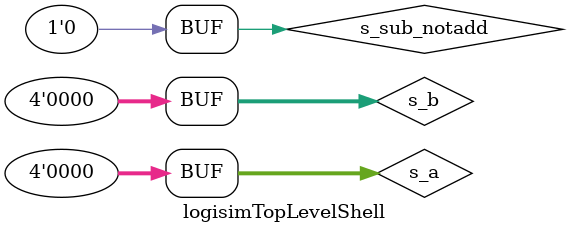
<source format=v>
/******************************************************************************
 ** Logisim-evolution goes FPGA automatic generated Verilog code             **
 ** https://github.com/logisim-evolution/                                    **
 **                                                                          **
 ** Component : logisimTopLevelShell                                         **
 **                                                                          **
 *****************************************************************************/

module logisimTopLevelShell(  );

   /*******************************************************************************
   ** The wires are defined here                                                 **
   *******************************************************************************/
   wire [3:0] s_a;
   wire [3:0] s_b;
   wire       s_cout;
   wire [3:0] s_s;
   wire       s_sub_notadd;

   /*******************************************************************************
   ** The module functionality is described here                                 **
   *******************************************************************************/

   /*******************************************************************************
   ** All signal adaptations are performed here                                  **
   *******************************************************************************/
   assign s_a[0]       = 1'b0;
   assign s_a[1]       = 1'b0;
   assign s_a[2]       = 1'b0;
   assign s_a[3]       = 1'b0;
   assign s_b[0]       = 1'b0;
   assign s_b[1]       = 1'b0;
   assign s_b[2]       = 1'b0;
   assign s_b[3]       = 1'b0;
   assign s_sub_notadd = 1'b0;

   /*******************************************************************************
   ** The toplevel component is connected here                                   **
   *******************************************************************************/
   main   CIRCUIT_0 (.a(s_a),
                     .b(s_b),
                     .cout(s_cout),
                     .s(s_s),
                     .sub_notadd(s_sub_notadd));
endmodule

</source>
